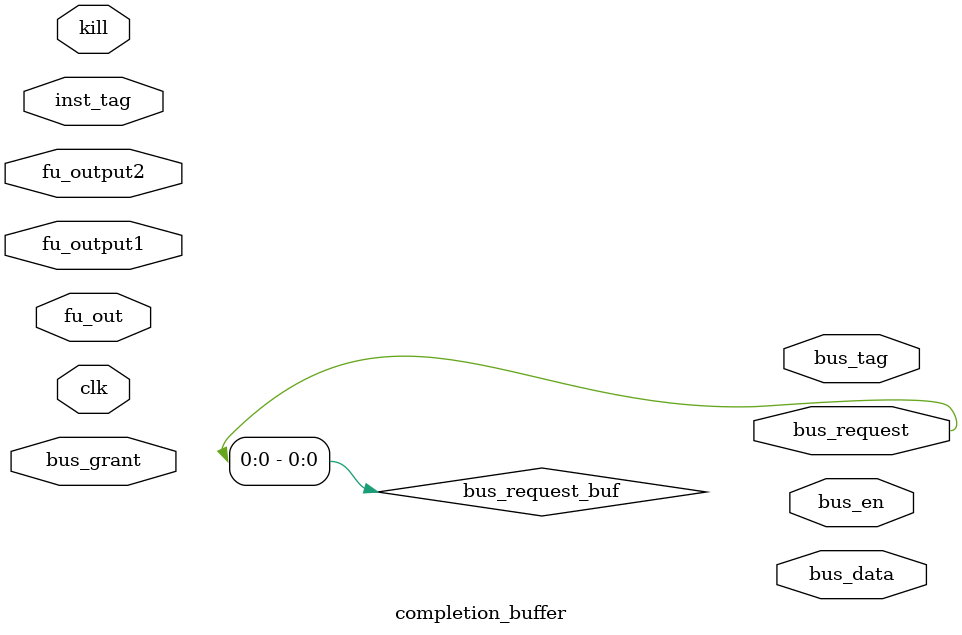
<source format=v>
`timescale 1ns / 1ps


module reservation_station(
    input clk,
    // New instruction: Connected to ROB
    input new_inst,
    // src 1 port: connected to ROB
    input p1, // present flag
    input [63:0] src1, // data if the src reg is available; otherwise the lowest bits are the tag
    // src 2 port: connected to ROB
    input p2,
    input [63:0] src2,
    // Inter-FU bus (there are four buses): connected to all reservation station using daisy chain
    input [3:0] vb_request,
    output [4 * 64 - 1:0] vb_data_out,
    output [4 * 6 - 1:0] vb_tag_out,
    input [4 * 64 - 1:0] vb_data_in,
    input [4 * 6 - 1:0] vb_tag_in,
    // FU port
    output [63:0] op1,
    output [63:0] op2,
    input [63:0] res1,
    input [63:0] res2, // Some units, like multiplier and divider, has two outputs
    input busy,
    // Writeback bus: connected to ROB (also 4)
    input [3:0] wb_request,
    output [4 * 64 - 1:0] wb_data,
    output [4 * 6 - 1:0] wb_tag,
    // Error handling related
    output nmi,
    input kill
    );
endmodule

// The completion buffer
module completion_buffer(
    input clk,
    input kill,
    
    // FU output
    input fu_out, // To keep up with the bus request, it must come in one cycle before the data comes in
    input [63:0] fu_output1,
    input [63:0] fu_output2, // For some component (like M extension and some FP units), there are two output port
    input [8:0] inst_tag,
    
    // CDB 
    // Arbitration
    output bus_request, // Should be sent one cycle before using the cycle
    input bus_grant,
    // Data
    output [3:0] bus_en,
    output [6 * 4 - 1:0] bus_tag,
    output [64 * 4 - 1:0] bus_data
    );
    // Bus request buffer
    reg [3:0] bus_request_buf;
    // Buffer, four entries
    reg [63:0] out1_buf;
    
    // Arbitrate
    assign bus_request = bus_request_buf[0];
    
endmodule
</source>
